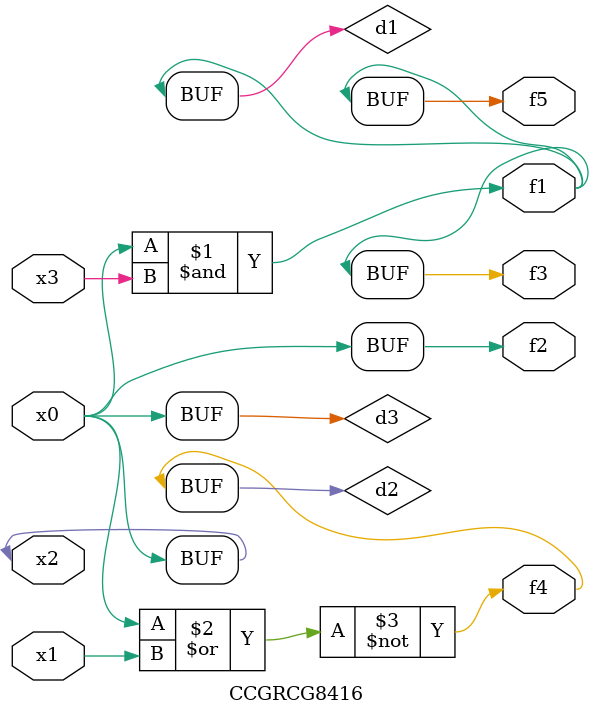
<source format=v>
module CCGRCG8416(
	input x0, x1, x2, x3,
	output f1, f2, f3, f4, f5
);

	wire d1, d2, d3;

	and (d1, x2, x3);
	nor (d2, x0, x1);
	buf (d3, x0, x2);
	assign f1 = d1;
	assign f2 = d3;
	assign f3 = d1;
	assign f4 = d2;
	assign f5 = d1;
endmodule

</source>
